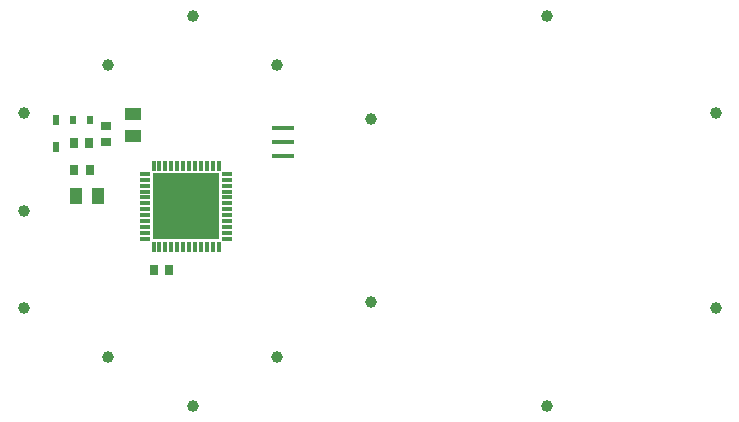
<source format=gbr>
G04*
G04 #@! TF.GenerationSoftware,Altium Limited,Altium Designer,25.8.1 (18)*
G04*
G04 Layer_Color=128*
%FSLAX44Y44*%
%MOMM*%
G71*
G04*
G04 #@! TF.SameCoordinates,2BA7E10B-6E93-4220-B227-DF091A9E169F*
G04*
G04*
G04 #@! TF.FilePolarity,Positive*
G04*
G01*
G75*
%ADD26R,0.6400X0.8900*%
G04:AMPARAMS|DCode=28|XSize=1mm|YSize=1mm|CornerRadius=0.5mm|HoleSize=0mm|Usage=FLASHONLY|Rotation=90.000|XOffset=0mm|YOffset=0mm|HoleType=Round|Shape=RoundedRectangle|*
%AMROUNDEDRECTD28*
21,1,1.0000,0.0000,0,0,90.0*
21,1,0.0000,1.0000,0,0,90.0*
1,1,1.0000,0.0000,0.0000*
1,1,1.0000,0.0000,0.0000*
1,1,1.0000,0.0000,0.0000*
1,1,1.0000,0.0000,0.0000*
%
%ADD28ROUNDEDRECTD28*%
G04:AMPARAMS|DCode=32|XSize=1mm|YSize=1mm|CornerRadius=0.5mm|HoleSize=0mm|Usage=FLASHONLY|Rotation=30.000|XOffset=0mm|YOffset=0mm|HoleType=Round|Shape=RoundedRectangle|*
%AMROUNDEDRECTD32*
21,1,1.0000,0.0000,0,0,30.0*
21,1,0.0000,1.0000,0,0,30.0*
1,1,1.0000,0.0000,0.0000*
1,1,1.0000,0.0000,0.0000*
1,1,1.0000,0.0000,0.0000*
1,1,1.0000,0.0000,0.0000*
%
%ADD32ROUNDEDRECTD32*%
G04:AMPARAMS|DCode=33|XSize=1mm|YSize=1mm|CornerRadius=0.5mm|HoleSize=0mm|Usage=FLASHONLY|Rotation=150.000|XOffset=0mm|YOffset=0mm|HoleType=Round|Shape=RoundedRectangle|*
%AMROUNDEDRECTD33*
21,1,1.0000,0.0000,0,0,150.0*
21,1,0.0000,1.0000,0,0,150.0*
1,1,1.0000,0.0000,0.0000*
1,1,1.0000,0.0000,0.0000*
1,1,1.0000,0.0000,0.0000*
1,1,1.0000,0.0000,0.0000*
%
%ADD33ROUNDEDRECTD33*%
%ADD53R,0.8500X0.3000*%
%ADD54R,1.9000X0.4001*%
%ADD55R,0.8000X0.9500*%
%ADD56R,5.7000X5.7000*%
%ADD57R,0.5000X0.9000*%
%ADD58R,0.3000X0.8500*%
%ADD59R,0.8900X0.6400*%
%ADD60R,1.0922X1.3970*%
%ADD61R,1.3970X1.0922*%
%ADD62R,0.6000X0.8000*%
D26*
X-252825Y34925D02*
D03*
X-238825D02*
D03*
D28*
X-1679Y-77521D02*
D03*
Y77521D02*
D03*
X-295468Y82601D02*
D03*
X290700Y-82601D02*
D03*
X-80899Y-123901D02*
D03*
X-223901Y123901D02*
D03*
D32*
X147599Y-165199D02*
D03*
Y165199D02*
D03*
X-152400Y-165199D02*
D03*
Y165199D02*
D03*
X-223901Y-123901D02*
D03*
X-80899Y123901D02*
D03*
D33*
X-295468Y-82601D02*
D03*
X290700Y82601D02*
D03*
X-295501Y-0D02*
D03*
D53*
X-192371Y21381D02*
D03*
X-123371Y16381D02*
D03*
X-192371D02*
D03*
Y11381D02*
D03*
X-123371Y21381D02*
D03*
Y11381D02*
D03*
X-192371Y31381D02*
D03*
Y26381D02*
D03*
Y6381D02*
D03*
Y1381D02*
D03*
Y-3619D02*
D03*
Y-8619D02*
D03*
Y-13619D02*
D03*
Y-18619D02*
D03*
Y-23619D02*
D03*
X-123371D02*
D03*
Y-18619D02*
D03*
Y-13619D02*
D03*
Y-8619D02*
D03*
Y-3619D02*
D03*
Y1381D02*
D03*
Y6381D02*
D03*
Y26381D02*
D03*
Y31381D02*
D03*
D54*
X-75836Y46495D02*
D03*
Y58494D02*
D03*
Y70493D02*
D03*
D55*
X-172465Y-50285D02*
D03*
X-252602Y57767D02*
D03*
X-184965Y-50285D02*
D03*
X-240102Y57767D02*
D03*
D56*
X-157871Y3881D02*
D03*
D57*
X-267886Y53844D02*
D03*
Y76844D02*
D03*
D58*
X-150371Y38381D02*
D03*
X-145371D02*
D03*
X-155371D02*
D03*
X-185370Y-30619D02*
D03*
X-180371D02*
D03*
X-175370D02*
D03*
X-170371D02*
D03*
X-165370D02*
D03*
X-160371D02*
D03*
X-155371D02*
D03*
X-150371D02*
D03*
X-145371D02*
D03*
X-140371D02*
D03*
X-135371D02*
D03*
X-130371D02*
D03*
Y38381D02*
D03*
X-135371D02*
D03*
X-140371D02*
D03*
X-160371D02*
D03*
X-165370D02*
D03*
X-170371D02*
D03*
X-175370D02*
D03*
X-180371D02*
D03*
X-185370D02*
D03*
D59*
X-226069Y72047D02*
D03*
Y58047D02*
D03*
D60*
X-232649Y12926D02*
D03*
X-251191D02*
D03*
D61*
X-202775Y63099D02*
D03*
Y81641D02*
D03*
D62*
X-253540Y76570D02*
D03*
X-239541D02*
D03*
M02*

</source>
